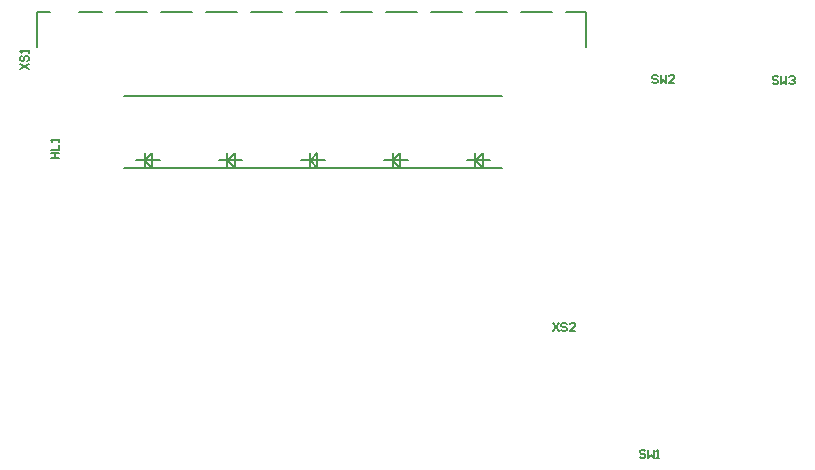
<source format=gto>
G04*
G04 #@! TF.GenerationSoftware,Altium Limited,Altium Designer,23.1.1 (15)*
G04*
G04 Layer_Color=65535*
%FSLAX44Y44*%
%MOMM*%
G71*
G04*
G04 #@! TF.SameCoordinates,DA8C0BEE-71F1-460D-B415-3B7703EDD080*
G04*
G04*
G04 #@! TF.FilePolarity,Positive*
G04*
G01*
G75*
%ADD10C,0.2000*%
%ADD11C,0.1800*%
%ADD12C,0.1500*%
D10*
X758000Y1245400D02*
X775000D01*
X719900D02*
X746050D01*
X681800D02*
X707950D01*
X643700D02*
X669850D01*
X605600D02*
X631750D01*
X567500D02*
X593650D01*
X529400D02*
X555550D01*
X491300D02*
X517450D01*
X453200D02*
X479350D01*
X415100D02*
X441250D01*
X775000Y1216400D02*
Y1245400D01*
X310150Y1216400D02*
Y1245400D01*
X377000D02*
X403150D01*
X345150D02*
X365150D01*
X310150D02*
X321150D01*
X383309Y1174615D02*
X703309D01*
X383309Y1113378D02*
X703309D01*
D11*
X407000Y1114000D02*
Y1126000D01*
X401591Y1119409D02*
X407000Y1114000D01*
X401591Y1120591D02*
X407000Y1126000D01*
X404000Y1120000D02*
Y1120000D01*
X401000Y1114000D02*
Y1126000D01*
X393591Y1120000D02*
X413591D01*
X463591D02*
X483591D01*
X471000Y1114000D02*
Y1126000D01*
X474000Y1120000D02*
Y1120000D01*
X471591Y1120591D02*
X477000Y1126000D01*
X471591Y1119409D02*
X477000Y1114000D01*
Y1126000D01*
X533591Y1120000D02*
X553591D01*
X541000Y1114000D02*
Y1126000D01*
X544000Y1120000D02*
Y1120000D01*
X541591Y1120591D02*
X547000Y1126000D01*
X541591Y1119409D02*
X547000Y1114000D01*
Y1126000D01*
X603591Y1120000D02*
X623591D01*
X611000Y1114000D02*
Y1126000D01*
X614000Y1120000D02*
Y1120000D01*
X611591Y1120591D02*
X617000Y1126000D01*
X611591Y1119409D02*
X617000Y1114000D01*
Y1126000D01*
X673591Y1120000D02*
X693591D01*
X681000Y1114000D02*
Y1126000D01*
X684000Y1120000D02*
Y1120000D01*
X681591Y1120591D02*
X687000Y1126000D01*
X681591Y1119409D02*
X687000Y1114000D01*
Y1126000D01*
D12*
X746670Y982499D02*
X751335Y975501D01*
Y982499D02*
X746670Y975501D01*
X758333Y981333D02*
X757166Y982499D01*
X754834D01*
X753667Y981333D01*
Y980166D01*
X754834Y979000D01*
X757166D01*
X758333Y977834D01*
Y976667D01*
X757166Y975501D01*
X754834D01*
X753667Y976667D01*
X765330Y975501D02*
X760665D01*
X765330Y980166D01*
Y981333D01*
X764164Y982499D01*
X761832D01*
X760665Y981333D01*
X937335Y1190333D02*
X936169Y1191499D01*
X933836D01*
X932670Y1190333D01*
Y1189166D01*
X933836Y1188000D01*
X936169D01*
X937335Y1186834D01*
Y1185667D01*
X936169Y1184501D01*
X933836D01*
X932670Y1185667D01*
X939667Y1191499D02*
Y1184501D01*
X942000Y1186834D01*
X944333Y1184501D01*
Y1191499D01*
X946665Y1190333D02*
X947831Y1191499D01*
X950164D01*
X951330Y1190333D01*
Y1189166D01*
X950164Y1188000D01*
X948998D01*
X950164D01*
X951330Y1186834D01*
Y1185667D01*
X950164Y1184501D01*
X947831D01*
X946665Y1185667D01*
X835335Y1191333D02*
X834168Y1192499D01*
X831836D01*
X830670Y1191333D01*
Y1190166D01*
X831836Y1189000D01*
X834168D01*
X835335Y1187834D01*
Y1186667D01*
X834168Y1185501D01*
X831836D01*
X830670Y1186667D01*
X837667Y1192499D02*
Y1185501D01*
X840000Y1187834D01*
X842333Y1185501D01*
Y1192499D01*
X849330Y1185501D02*
X844665D01*
X849330Y1190166D01*
Y1191333D01*
X848164Y1192499D01*
X845832D01*
X844665Y1191333D01*
X824831Y874004D02*
X823665Y875170D01*
X821332D01*
X820166Y874004D01*
Y872837D01*
X821332Y871671D01*
X823665D01*
X824831Y870505D01*
Y869338D01*
X823665Y868172D01*
X821332D01*
X820166Y869338D01*
X827164Y875170D02*
Y868172D01*
X829496Y870505D01*
X831829Y868172D01*
Y875170D01*
X834162Y868172D02*
X836494D01*
X835328D01*
Y875170D01*
X834162Y874004D01*
X295621Y1197206D02*
X302619Y1201871D01*
X295621D02*
X302619Y1197206D01*
X296787Y1208869D02*
X295621Y1207703D01*
Y1205370D01*
X296787Y1204204D01*
X297954D01*
X299120Y1205370D01*
Y1207703D01*
X300286Y1208869D01*
X301453D01*
X302619Y1207703D01*
Y1205370D01*
X301453Y1204204D01*
X302619Y1211201D02*
Y1213534D01*
Y1212368D01*
X295621D01*
X296787Y1211201D01*
X321275Y1121836D02*
X328273D01*
X324774D01*
Y1126501D01*
X321275D01*
X328273D01*
X321275Y1128834D02*
X328273D01*
Y1133499D01*
Y1135832D02*
Y1138164D01*
Y1136998D01*
X321275D01*
X322441Y1135832D01*
M02*

</source>
